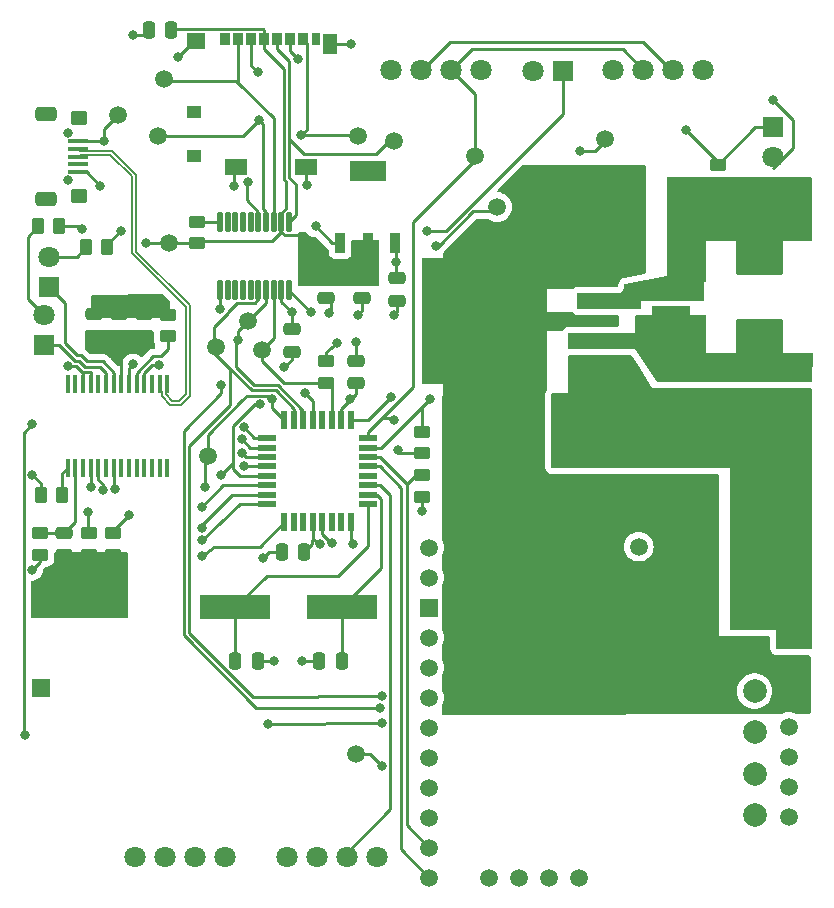
<source format=gbr>
%TF.GenerationSoftware,KiCad,Pcbnew,7.0.1-0*%
%TF.CreationDate,2023-10-30T18:15:43-04:00*%
%TF.ProjectId,WaveWise_Buoy,57617665-5769-4736-955f-42756f792e6b,rev?*%
%TF.SameCoordinates,Original*%
%TF.FileFunction,Copper,L1,Top*%
%TF.FilePolarity,Positive*%
%FSLAX46Y46*%
G04 Gerber Fmt 4.6, Leading zero omitted, Abs format (unit mm)*
G04 Created by KiCad (PCBNEW 7.0.1-0) date 2023-10-30 18:15:43*
%MOMM*%
%LPD*%
G01*
G04 APERTURE LIST*
G04 Aperture macros list*
%AMRoundRect*
0 Rectangle with rounded corners*
0 $1 Rounding radius*
0 $2 $3 $4 $5 $6 $7 $8 $9 X,Y pos of 4 corners*
0 Add a 4 corners polygon primitive as box body*
4,1,4,$2,$3,$4,$5,$6,$7,$8,$9,$2,$3,0*
0 Add four circle primitives for the rounded corners*
1,1,$1+$1,$2,$3*
1,1,$1+$1,$4,$5*
1,1,$1+$1,$6,$7*
1,1,$1+$1,$8,$9*
0 Add four rect primitives between the rounded corners*
20,1,$1+$1,$2,$3,$4,$5,0*
20,1,$1+$1,$4,$5,$6,$7,0*
20,1,$1+$1,$6,$7,$8,$9,0*
20,1,$1+$1,$8,$9,$2,$3,0*%
G04 Aperture macros list end*
%TA.AperFunction,SMDPad,CuDef*%
%ADD10C,1.500000*%
%TD*%
%TA.AperFunction,SMDPad,CuDef*%
%ADD11R,0.850800X1.761200*%
%TD*%
%TA.AperFunction,SMDPad,CuDef*%
%ADD12R,3.150799X1.761200*%
%TD*%
%TA.AperFunction,SMDPad,CuDef*%
%ADD13RoundRect,0.250000X-0.450000X0.262500X-0.450000X-0.262500X0.450000X-0.262500X0.450000X0.262500X0*%
%TD*%
%TA.AperFunction,ComponentPad*%
%ADD14C,1.800000*%
%TD*%
%TA.AperFunction,SMDPad,CuDef*%
%ADD15R,6.000000X2.000000*%
%TD*%
%TA.AperFunction,ComponentPad*%
%ADD16C,0.800000*%
%TD*%
%TA.AperFunction,SMDPad,CuDef*%
%ADD17RoundRect,0.100000X-0.750000X0.100000X-0.750000X-0.100000X0.750000X-0.100000X0.750000X0.100000X0*%
%TD*%
%TA.AperFunction,ComponentPad*%
%ADD18RoundRect,0.312500X-0.587500X0.312500X-0.587500X-0.312500X0.587500X-0.312500X0.587500X0.312500X0*%
%TD*%
%TA.AperFunction,ComponentPad*%
%ADD19RoundRect,0.312500X-0.387500X0.312500X-0.387500X-0.312500X0.387500X-0.312500X0.387500X0.312500X0*%
%TD*%
%TA.AperFunction,SMDPad,CuDef*%
%ADD20RoundRect,0.250000X0.450000X-0.262500X0.450000X0.262500X-0.450000X0.262500X-0.450000X-0.262500X0*%
%TD*%
%TA.AperFunction,ComponentPad*%
%ADD21R,1.800000X1.800000*%
%TD*%
%TA.AperFunction,SMDPad,CuDef*%
%ADD22RoundRect,0.250000X-0.475000X0.250000X-0.475000X-0.250000X0.475000X-0.250000X0.475000X0.250000X0*%
%TD*%
%TA.AperFunction,SMDPad,CuDef*%
%ADD23RoundRect,0.250000X0.250000X0.475000X-0.250000X0.475000X-0.250000X-0.475000X0.250000X-0.475000X0*%
%TD*%
%TA.AperFunction,SMDPad,CuDef*%
%ADD24R,0.431800X1.511300*%
%TD*%
%TA.AperFunction,ComponentPad*%
%ADD25C,2.000000*%
%TD*%
%TA.AperFunction,ComponentPad*%
%ADD26C,1.500000*%
%TD*%
%TA.AperFunction,ComponentPad*%
%ADD27R,1.500000X1.500000*%
%TD*%
%TA.AperFunction,ComponentPad*%
%ADD28R,2.000000X2.000000*%
%TD*%
%TA.AperFunction,ComponentPad*%
%ADD29C,1.200000*%
%TD*%
%TA.AperFunction,ComponentPad*%
%ADD30R,1.200000X1.200000*%
%TD*%
%TA.AperFunction,SMDPad,CuDef*%
%ADD31R,3.400000X1.000000*%
%TD*%
%TA.AperFunction,SMDPad,CuDef*%
%ADD32R,8.600000X10.700000*%
%TD*%
%TA.AperFunction,SMDPad,CuDef*%
%ADD33RoundRect,0.250000X0.262500X0.450000X-0.262500X0.450000X-0.262500X-0.450000X0.262500X-0.450000X0*%
%TD*%
%TA.AperFunction,ComponentPad*%
%ADD34R,1.600000X1.600000*%
%TD*%
%TA.AperFunction,ComponentPad*%
%ADD35O,1.600000X1.600000*%
%TD*%
%TA.AperFunction,ComponentPad*%
%ADD36R,3.200000X3.200000*%
%TD*%
%TA.AperFunction,ComponentPad*%
%ADD37O,3.200000X3.200000*%
%TD*%
%TA.AperFunction,SMDPad,CuDef*%
%ADD38R,0.550000X1.500000*%
%TD*%
%TA.AperFunction,SMDPad,CuDef*%
%ADD39R,1.500000X0.550000*%
%TD*%
%TA.AperFunction,SMDPad,CuDef*%
%ADD40RoundRect,0.020500X-0.184500X0.764500X-0.184500X-0.764500X0.184500X-0.764500X0.184500X0.764500X0*%
%TD*%
%TA.AperFunction,SMDPad,CuDef*%
%ADD41RoundRect,0.250000X0.475000X-0.250000X0.475000X0.250000X-0.475000X0.250000X-0.475000X-0.250000X0*%
%TD*%
%TA.AperFunction,SMDPad,CuDef*%
%ADD42R,0.850000X1.100000*%
%TD*%
%TA.AperFunction,SMDPad,CuDef*%
%ADD43R,0.750000X1.100000*%
%TD*%
%TA.AperFunction,SMDPad,CuDef*%
%ADD44R,1.200000X1.000000*%
%TD*%
%TA.AperFunction,SMDPad,CuDef*%
%ADD45R,1.550000X1.350000*%
%TD*%
%TA.AperFunction,SMDPad,CuDef*%
%ADD46R,1.170000X1.800000*%
%TD*%
%TA.AperFunction,SMDPad,CuDef*%
%ADD47R,1.900000X1.350000*%
%TD*%
%TA.AperFunction,SMDPad,CuDef*%
%ADD48R,4.000000X4.300000*%
%TD*%
%TA.AperFunction,ViaPad*%
%ADD49C,0.800000*%
%TD*%
%TA.AperFunction,Conductor*%
%ADD50C,0.250000*%
%TD*%
%TA.AperFunction,Conductor*%
%ADD51C,0.211000*%
%TD*%
%TA.AperFunction,Conductor*%
%ADD52C,0.200000*%
%TD*%
G04 APERTURE END LIST*
D10*
%TO.P,CLK,1,1*%
%TO.N,CLK*%
X150495000Y-87376000D03*
%TD*%
%TO.P,5V,1,1*%
%TO.N,+5V*%
X197739000Y-65405000D03*
%TD*%
%TO.P,SD_CD,1,1*%
%TO.N,SD_CD*%
X146812000Y-55499000D03*
%TD*%
%TO.P,+BATT,1,1*%
%TO.N,+BATT*%
X197231000Y-85344000D03*
%TD*%
%TO.P,SD_CLK,1,1*%
%TO.N,SD_CLK*%
X166243000Y-60706000D03*
%TD*%
%TO.P,VBUS,1,1*%
%TO.N,+5V*%
X142875000Y-58547000D03*
%TD*%
%TO.P,GND,1,1*%
%TO.N,GND*%
X172466000Y-87122000D03*
%TD*%
%TO.P,SD_CMD,1,1*%
%TO.N,SD_CMD*%
X146304000Y-60325000D03*
%TD*%
%TO.P,uC_TX1,1,1*%
%TO.N,uC_TX*%
X175006000Y-66294000D03*
%TD*%
%TO.P,SS1,1,1*%
%TO.N,SS1*%
X155092400Y-78409800D03*
%TD*%
%TO.P,SCS1,1,1*%
%TO.N,SCS*%
X163068000Y-112649000D03*
%TD*%
D11*
%TO.P,U7,1,ADJ/GND*%
%TO.N,GND*%
X161746700Y-69319000D03*
%TO.P,U7,2,OUTPUT*%
%TO.N,+3V3*%
X164046700Y-69319000D03*
%TO.P,U7,3,INPUT*%
%TO.N,+5V*%
X166346700Y-69319000D03*
D12*
%TO.P,U7,4,EPAD*%
%TO.N,unconnected-(U7-EPAD-Pad4)*%
X164046700Y-63269000D03*
%TD*%
D13*
%TO.P,R5,1*%
%TO.N,+5V*%
X147116800Y-75399300D03*
%TO.P,R5,2*%
%TO.N,Net-(U5-RESET#)*%
X147116800Y-77224300D03*
%TD*%
D10*
%TO.P,uC_RX1,1,1*%
%TO.N,uC_RX*%
X173101000Y-61976000D03*
%TD*%
D14*
%TO.P,J6,1,Pin_1*%
%TO.N,+5V*%
X166060000Y-54700000D03*
%TO.P,J6,2,Pin_2*%
%TO.N,uC_TX*%
X168600000Y-54700000D03*
%TO.P,J6,3,Pin_3*%
%TO.N,uC_RX*%
X171140000Y-54700000D03*
%TO.P,J6,4,Pin_4*%
%TO.N,GND*%
X173680000Y-54700000D03*
%TD*%
D15*
%TO.P,Y1,1,1*%
%TO.N,Net-(U1-PD5)*%
X152853000Y-100203000D03*
%TO.P,Y1,2,2*%
%TO.N,Net-(U1-PD6)*%
X161853000Y-100203000D03*
%TD*%
D10*
%TO.P,MISO1,1,1*%
%TO.N,MISO1*%
X151231600Y-78181200D03*
%TD*%
D13*
%TO.P,R8,1*%
%TO.N,uC_TX*%
X168656000Y-85320500D03*
%TO.P,R8,2*%
%TO.N,Net-(U5-RXD)*%
X168656000Y-87145500D03*
%TD*%
D16*
%TO.P,J3,1,VBUS*%
%TO.N,+5V*%
X138684000Y-60071000D03*
D17*
X139534000Y-60721000D03*
D16*
X138684000Y-63971000D03*
D17*
%TO.P,J3,2,D-*%
%TO.N,D-*%
X139534000Y-61371000D03*
%TO.P,J3,3,D+*%
%TO.N,D+*%
X139534000Y-62021000D03*
%TO.P,J3,4,ID*%
%TO.N,unconnected-(J3-ID-Pad4)*%
X139534000Y-62671000D03*
%TO.P,J3,5,GND*%
%TO.N,GND*%
X139534000Y-63321000D03*
D18*
%TO.P,J3,6,Shield*%
X136784000Y-58421000D03*
D19*
X139584000Y-58721000D03*
X139584000Y-65321000D03*
D18*
X136784000Y-65621000D03*
%TD*%
D20*
%TO.P,R9,1*%
%TO.N,Net-(D3-A)*%
X140436600Y-95730700D03*
%TO.P,R9,2*%
%TO.N,RESET*%
X140436600Y-93905700D03*
%TD*%
D21*
%TO.P,D1,1,K*%
%TO.N,Net-(D1-K)*%
X136652000Y-77983000D03*
D14*
%TO.P,D1,2,A*%
%TO.N,Net-(D1-A)*%
X136652000Y-75443000D03*
%TD*%
D22*
%TO.P,C18,1*%
%TO.N,+5V*%
X166497000Y-72329000D03*
%TO.P,C18,2*%
%TO.N,GND*%
X166497000Y-74229000D03*
%TD*%
%TO.P,C1,1*%
%TO.N,+3V3*%
X160502600Y-72075000D03*
%TO.P,C1,2*%
%TO.N,GND*%
X160502600Y-73975000D03*
%TD*%
D14*
%TO.P,J5,1,Pin_1*%
%TO.N,+5V*%
X192480000Y-54730000D03*
%TO.P,J5,2,Pin_2*%
%TO.N,uC_TX*%
X189940000Y-54730000D03*
%TO.P,J5,3,Pin_3*%
%TO.N,uC_RX*%
X187400000Y-54730000D03*
%TO.P,J5,4,Pin_4*%
%TO.N,SCK0*%
X184860000Y-54730000D03*
%TD*%
D13*
%TO.P,R12,1*%
%TO.N,~MTR_RST*%
X168656000Y-89003500D03*
%TO.P,R12,2*%
%TO.N,GND*%
X168656000Y-90828500D03*
%TD*%
D10*
%TO.P,3V3,1,1*%
%TO.N,+3V3*%
X147193000Y-69342000D03*
%TD*%
D21*
%TO.P,D2,1,K*%
%TO.N,Net-(D2-K)*%
X137033000Y-73030000D03*
D14*
%TO.P,D2,2,A*%
%TO.N,Net-(D2-A)*%
X137033000Y-70490000D03*
%TD*%
D23*
%TO.P,C4,1*%
%TO.N,GND*%
X154747000Y-104775000D03*
%TO.P,C4,2*%
%TO.N,Net-(U1-PD5)*%
X152847000Y-104775000D03*
%TD*%
D13*
%TO.P,R4,1*%
%TO.N,Net-(U3-OE)*%
X149606000Y-67540500D03*
%TO.P,R4,2*%
%TO.N,+3V3*%
X149606000Y-69365500D03*
%TD*%
D24*
%TO.P,U5,1,TXD*%
%TO.N,Net-(U5-TXD)*%
X138650000Y-88385650D03*
%TO.P,U5,2,DTR#*%
%TO.N,Net-(U5-DTR#)*%
X139300001Y-88385650D03*
%TO.P,U5,3,RTS#*%
%TO.N,unconnected-(U5-RTS#-Pad3)*%
X139950000Y-88385650D03*
%TO.P,U5,4,VCCIO*%
%TO.N,+5V*%
X140600001Y-88385650D03*
%TO.P,U5,5,RXD*%
%TO.N,Net-(U5-RXD)*%
X141249999Y-88385650D03*
%TO.P,U5,6,RI#*%
%TO.N,unconnected-(U5-RI#-Pad6)*%
X141900001Y-88385650D03*
%TO.P,U5,7,GND*%
%TO.N,GND*%
X142549999Y-88385650D03*
%TO.P,U5,8,NC*%
%TO.N,unconnected-(U5-NC-Pad8)*%
X143199998Y-88385650D03*
%TO.P,U5,9,DSR#*%
%TO.N,unconnected-(U5-DSR#-Pad9)*%
X143849999Y-88385650D03*
%TO.P,U5,10,DCD#*%
%TO.N,unconnected-(U5-DCD#-Pad10)*%
X144499998Y-88385650D03*
%TO.P,U5,11,CTS#*%
%TO.N,unconnected-(U5-CTS#-Pad11)*%
X145149999Y-88385650D03*
%TO.P,U5,12,CBUS4*%
%TO.N,unconnected-(U5-CBUS4-Pad12)*%
X145799998Y-88385650D03*
%TO.P,U5,13,CBUS2*%
%TO.N,unconnected-(U5-CBUS2-Pad13)*%
X146449999Y-88385650D03*
%TO.P,U5,14,CBUS3*%
%TO.N,unconnected-(U5-CBUS3-Pad14)*%
X147099998Y-88385650D03*
%TO.P,U5,15,USBDP*%
%TO.N,D+*%
X147100000Y-81286350D03*
%TO.P,U5,16,USBDM*%
%TO.N,D-*%
X146449999Y-81286350D03*
%TO.P,U5,17,3V3OUT*%
%TO.N,unconnected-(U5-3V3OUT-Pad17)*%
X145800000Y-81286350D03*
%TO.P,U5,18,GND*%
%TO.N,GND*%
X145149999Y-81286350D03*
%TO.P,U5,19,RESET#*%
%TO.N,Net-(U5-RESET#)*%
X144500001Y-81286350D03*
%TO.P,U5,20,VCC*%
%TO.N,+5V*%
X143849999Y-81286350D03*
%TO.P,U5,21,GND*%
%TO.N,GND*%
X143200001Y-81286350D03*
%TO.P,U5,22,CBUS1*%
%TO.N,Net-(D2-K)*%
X142549999Y-81286350D03*
%TO.P,U5,23,CBUS0*%
%TO.N,Net-(D1-K)*%
X141900001Y-81286350D03*
%TO.P,U5,24,NC*%
%TO.N,unconnected-(U5-NC-Pad24)*%
X141249999Y-81286350D03*
%TO.P,U5,25,AGND*%
%TO.N,GND*%
X140600001Y-81286350D03*
%TO.P,U5,26,TEST*%
X139950000Y-81286350D03*
%TO.P,U5,27,OSCI*%
%TO.N,unconnected-(U5-OSCI-Pad27)*%
X139300001Y-81286350D03*
%TO.P,U5,28,OSCO*%
%TO.N,unconnected-(U5-OSCO-Pad28)*%
X138650000Y-81286350D03*
%TD*%
D22*
%TO.P,C13,1*%
%TO.N,Net-(U5-DTR#)*%
X138379200Y-93868200D03*
%TO.P,C13,2*%
%TO.N,Net-(D3-A)*%
X138379200Y-95768200D03*
%TD*%
D25*
%TO.P,U2,1,Vin*%
%TO.N,+BATT*%
X196810300Y-100280800D03*
D26*
X199705900Y-100128400D03*
X199705900Y-102668400D03*
D25*
%TO.P,U2,2,AOUT1*%
%TO.N,Net-(J4-Pin_4)*%
X196810300Y-107280800D03*
D26*
X199705900Y-110288400D03*
D25*
%TO.P,U2,3,AOUT2*%
%TO.N,Net-(J4-Pin_3)*%
X196810300Y-110780800D03*
D26*
X199705900Y-112828400D03*
D25*
%TO.P,U2,4,BOUT1*%
%TO.N,Net-(J4-Pin_2)*%
X196810300Y-114280800D03*
D26*
X199705900Y-115368400D03*
D25*
%TO.P,U2,5,BOUT2*%
%TO.N,Net-(J4-Pin_1)*%
X196810300Y-117780800D03*
D26*
X199705900Y-117908400D03*
%TO.P,U2,6,BEMF*%
%TO.N,BEMF*%
X181951300Y-123064600D03*
%TO.P,U2,7,~STALL*%
%TO.N,STALL*%
X179411300Y-123064600D03*
%TO.P,U2,8,BIN2*%
%TO.N,unconnected-(U2-BIN2-Pad8)*%
X176871300Y-123064600D03*
%TO.P,U2,9,BIN1*%
%TO.N,unconnected-(U2-BIN1-Pad9)*%
X174331300Y-123064600D03*
%TO.P,U2,10,~FLT*%
%TO.N,~MTR_FAULT*%
X169251300Y-123064600D03*
%TO.P,U2,11,RST*%
%TO.N,~MTR_RST*%
X169251300Y-120524600D03*
%TO.P,U2,12,~SLP*%
%TO.N,~SLP*%
X169251300Y-117984600D03*
%TO.P,U2,13,SCS*%
%TO.N,SCS*%
X169251300Y-115444600D03*
%TO.P,U2,14,SCLK*%
%TO.N,CLK*%
X169251300Y-112904600D03*
%TO.P,U2,15,SDATI*%
%TO.N,MOSI1*%
X169251300Y-110364600D03*
%TO.P,U2,16,SDATO*%
%TO.N,MISO1*%
X169251300Y-107824600D03*
%TO.P,U2,17,DIR*%
%TO.N,unconnected-(U2-DIR-Pad17)*%
X169251300Y-105284600D03*
%TO.P,U2,18,STEP*%
%TO.N,unconnected-(U2-STEP-Pad18)*%
X169251300Y-102744600D03*
%TO.P,U2,19,ICREF*%
%TO.N,unconnected-(U2-ICREF-Pad19)*%
X169251300Y-97664600D03*
%TO.P,U2,20,V5(OUT)*%
%TO.N,unconnected-(U2-V5(OUT)-Pad20)*%
X169251300Y-95124600D03*
%TO.P,U2,21,VM*%
%TO.N,unconnected-(U2-VM-Pad21)*%
X187005900Y-95048400D03*
D27*
%TO.P,U2,22,GND*%
%TO.N,GND*%
X169251300Y-100204600D03*
X187005900Y-100128400D03*
D28*
X196810300Y-103780800D03*
D27*
X199705900Y-105208400D03*
X199705900Y-107748400D03*
%TD*%
D22*
%TO.P,C2,1*%
%TO.N,+5V*%
X157607000Y-76647000D03*
%TO.P,C2,2*%
%TO.N,GND*%
X157607000Y-78547000D03*
%TD*%
D20*
%TO.P,R10,1*%
%TO.N,Net-(D3-A)*%
X142494000Y-95756100D03*
%TO.P,R10,2*%
%TO.N,+5V*%
X142494000Y-93931100D03*
%TD*%
D14*
%TO.P,J10,1,Pin_1*%
%TO.N,EXTGPIO3*%
X157180000Y-121300000D03*
%TO.P,J10,2,Pin_2*%
%TO.N,EXTGPIO4*%
X159720000Y-121300000D03*
%TO.P,J10,3,Pin_3*%
%TO.N,EXTGPIO5*%
X162260000Y-121300000D03*
%TO.P,J10,4,Pin_4*%
%TO.N,GND*%
X164800000Y-121300000D03*
%TD*%
D22*
%TO.P,C17,1*%
%TO.N,+3V3*%
X163576000Y-72075000D03*
%TO.P,C17,2*%
%TO.N,GND*%
X163576000Y-73975000D03*
%TD*%
D20*
%TO.P,R11,1*%
%TO.N,GND*%
X136321800Y-95730700D03*
%TO.P,R11,2*%
%TO.N,Net-(U5-DTR#)*%
X136321800Y-93905700D03*
%TD*%
D21*
%TO.P,J8,1,Pin_1*%
%TO.N,RESET*%
X180560000Y-54750000D03*
D14*
%TO.P,J8,2,Pin_2*%
%TO.N,GND*%
X178020000Y-54750000D03*
%TD*%
D22*
%TO.P,C14,1*%
%TO.N,+5V*%
X143002000Y-75377000D03*
%TO.P,C14,2*%
%TO.N,GND*%
X143002000Y-77277000D03*
%TD*%
D29*
%TO.P,C3,N*%
%TO.N,GND*%
X185884500Y-67183000D03*
D30*
%TO.P,C3,P*%
%TO.N,+5V*%
X190884500Y-67183000D03*
%TD*%
D23*
%TO.P,C11,1*%
%TO.N,+3V3*%
X147418000Y-51335500D03*
%TO.P,C11,2*%
%TO.N,GND*%
X145518000Y-51335500D03*
%TD*%
D10*
%TO.P,SCKO1,1,1*%
%TO.N,SCK0*%
X184150000Y-60579000D03*
%TD*%
D13*
%TO.P,R3,1*%
%TO.N,+5V*%
X160528000Y-79351500D03*
%TO.P,R3,2*%
%TO.N,SS1*%
X160528000Y-81176500D03*
%TD*%
D10*
%TO.P,SD_DAT0,1,1*%
%TO.N,SD_DAT0*%
X163195000Y-60325000D03*
%TD*%
D29*
%TO.P,C6,N*%
%TO.N,GND*%
X180594000Y-90340500D03*
D30*
%TO.P,C6,P*%
%TO.N,+BATT*%
X180594000Y-85340500D03*
%TD*%
D23*
%TO.P,C9,1*%
%TO.N,+5V*%
X158684000Y-95504000D03*
%TO.P,C9,2*%
%TO.N,GND*%
X156784000Y-95504000D03*
%TD*%
D31*
%TO.P,U4,1,VIN*%
%TO.N,+BATT*%
X183564400Y-79346000D03*
%TO.P,U4,2,OUT*%
%TO.N,Net-(D4-K)*%
X183564400Y-77646000D03*
%TO.P,U4,3,GND*%
%TO.N,GND*%
X183564400Y-75946000D03*
%TO.P,U4,4,FB*%
%TO.N,+5V*%
X183564400Y-74246000D03*
%TO.P,U4,5,ON/OFF*%
%TO.N,GND*%
X183564400Y-72546000D03*
D32*
%TO.P,U4,6,GND*%
X172964400Y-75946000D03*
%TD*%
D33*
%TO.P,R7,1*%
%TO.N,+5V*%
X137945500Y-67945000D03*
%TO.P,R7,2*%
%TO.N,Net-(D1-A)*%
X136120500Y-67945000D03*
%TD*%
D20*
%TO.P,R1,1*%
%TO.N,+5V*%
X193675000Y-64539500D03*
%TO.P,R1,2*%
%TO.N,BUTTON*%
X193675000Y-62714500D03*
%TD*%
D34*
%TO.P,D3,1,K*%
%TO.N,+5V*%
X136398000Y-107061000D03*
D35*
%TO.P,D3,2,A*%
%TO.N,Net-(D3-A)*%
X136398000Y-99441000D03*
%TD*%
D36*
%TO.P,D4,1,K*%
%TO.N,Net-(D4-K)*%
X189738000Y-76327000D03*
D37*
%TO.P,D4,2,A*%
%TO.N,GND*%
X189738000Y-91567000D03*
%TD*%
D22*
%TO.P,C16,1*%
%TO.N,+5V*%
X145084800Y-75387200D03*
%TO.P,C16,2*%
%TO.N,GND*%
X145084800Y-77287200D03*
%TD*%
D33*
%TO.P,R2,1*%
%TO.N,+5V*%
X142009500Y-69723000D03*
%TO.P,R2,2*%
%TO.N,Net-(D2-A)*%
X140184500Y-69723000D03*
%TD*%
D10*
%TO.P,MOSI1,1,1*%
%TO.N,MOSI1*%
X153924000Y-75946000D03*
%TD*%
D38*
%TO.P,U1,1,PD3*%
%TO.N,EXTGPIO4*%
X156998000Y-92964000D03*
%TO.P,U1,2,PD4*%
%TO.N,unconnected-(U1-PD4-Pad2)*%
X157798000Y-92964000D03*
%TO.P,U1,3,PE0*%
%TO.N,unconnected-(U1-PE0-Pad3)*%
X158598000Y-92964000D03*
%TO.P,U1,4,VCC*%
%TO.N,+5V*%
X159398000Y-92964000D03*
%TO.P,U1,5,GND*%
%TO.N,GND*%
X160198000Y-92964000D03*
%TO.P,U1,6,PE1*%
%TO.N,unconnected-(U1-PE1-Pad6)*%
X160998000Y-92964000D03*
%TO.P,U1,7,PB6*%
%TO.N,unconnected-(U1-PB6-Pad7)*%
X161798000Y-92964000D03*
%TO.P,U1,8,PB7*%
%TO.N,BUTTON*%
X162598000Y-92964000D03*
D39*
%TO.P,U1,9,PD5*%
%TO.N,Net-(U1-PD5)*%
X164098000Y-91464000D03*
%TO.P,U1,10,PD6*%
%TO.N,Net-(U1-PD6)*%
X164098000Y-90664000D03*
%TO.P,U1,11,PD7*%
%TO.N,EXTGPIO5*%
X164098000Y-89864000D03*
%TO.P,U1,12,PB0*%
%TO.N,unconnected-(U1-PB0-Pad12)*%
X164098000Y-89064000D03*
%TO.P,U1,13,PB1*%
%TO.N,~MTR_FAULT*%
X164098000Y-88264000D03*
%TO.P,U1,14,PB2*%
%TO.N,~MTR_RST*%
X164098000Y-87464000D03*
%TO.P,U1,15,MOSI0/TX*%
%TO.N,uC_TX*%
X164098000Y-86664000D03*
%TO.P,U1,16,MISO0/RX*%
%TO.N,uC_RX*%
X164098000Y-85864000D03*
D38*
%TO.P,U1,17,PB5*%
%TO.N,SCK0*%
X162598000Y-84364000D03*
%TO.P,U1,18,AVCC*%
%TO.N,+5V*%
X161798000Y-84364000D03*
%TO.P,U1,19,~SS1*%
%TO.N,SS1*%
X160998000Y-84364000D03*
%TO.P,U1,20,AREF*%
%TO.N,unconnected-(U1-AREF-Pad20)*%
X160198000Y-84364000D03*
%TO.P,U1,21,GND*%
%TO.N,GND*%
X159398000Y-84364000D03*
%TO.P,U1,22,MOSI1*%
%TO.N,MOSI1*%
X158598000Y-84364000D03*
%TO.P,U1,23,MISO1*%
%TO.N,MISO1*%
X157798000Y-84364000D03*
%TO.P,U1,24,PC1*%
%TO.N,CLK*%
X156998000Y-84364000D03*
D39*
%TO.P,U1,25,PC2*%
%TO.N,SCS*%
X155498000Y-85864000D03*
%TO.P,U1,26,PC3*%
%TO.N,~SLP*%
X155498000Y-86664000D03*
%TO.P,U1,27,PC4*%
%TO.N,BEMF*%
X155498000Y-87464000D03*
%TO.P,U1,28,PC5*%
%TO.N,STALL*%
X155498000Y-88264000D03*
%TO.P,U1,29,PC6/~{RESET}*%
%TO.N,RESET*%
X155498000Y-89064000D03*
%TO.P,U1,30,PD0*%
%TO.N,EXTGPIO1*%
X155498000Y-89864000D03*
%TO.P,U1,31,PD1*%
%TO.N,EXTGPIO2*%
X155498000Y-90664000D03*
%TO.P,U1,32,PD2*%
%TO.N,EXTGPIO3*%
X155498000Y-91464000D03*
%TD*%
D23*
%TO.P,C5,1*%
%TO.N,Net-(U1-PD6)*%
X161859000Y-104775000D03*
%TO.P,C5,2*%
%TO.N,GND*%
X159959000Y-104775000D03*
%TD*%
D40*
%TO.P,U3,1,A1*%
%TO.N,SD_CLK*%
X157390000Y-67591500D03*
%TO.P,U3,2,VCCA*%
%TO.N,+3V3*%
X156740000Y-67591500D03*
%TO.P,U3,3,A2*%
%TO.N,SD_CD*%
X156090000Y-67591500D03*
%TO.P,U3,4,A3*%
%TO.N,SD_CMD*%
X155440000Y-67591500D03*
%TO.P,U3,5,A4*%
%TO.N,SD_DAT0*%
X154790000Y-67591500D03*
%TO.P,U3,6,A5*%
%TO.N,unconnected-(U3-A5-Pad6)*%
X154140000Y-67591500D03*
%TO.P,U3,7,A6*%
%TO.N,unconnected-(U3-A6-Pad7)*%
X153490000Y-67591500D03*
%TO.P,U3,8,A7*%
%TO.N,unconnected-(U3-A7-Pad8)*%
X152840000Y-67591500D03*
%TO.P,U3,9,A8*%
%TO.N,unconnected-(U3-A8-Pad9)*%
X152190000Y-67591500D03*
%TO.P,U3,10,OE*%
%TO.N,Net-(U3-OE)*%
X151540000Y-67591500D03*
%TO.P,U3,11,GND*%
%TO.N,GND*%
X151540000Y-73331500D03*
%TO.P,U3,12,B8*%
%TO.N,unconnected-(U3-B8-Pad12)*%
X152190000Y-73331500D03*
%TO.P,U3,13,B7*%
%TO.N,unconnected-(U3-B7-Pad13)*%
X152840000Y-73331500D03*
%TO.P,U3,14,B6*%
%TO.N,unconnected-(U3-B6-Pad14)*%
X153490000Y-73331500D03*
%TO.P,U3,15,B5*%
%TO.N,unconnected-(U3-B5-Pad15)*%
X154140000Y-73331500D03*
%TO.P,U3,16,B4*%
%TO.N,MISO1*%
X154790000Y-73331500D03*
%TO.P,U3,17,B3*%
%TO.N,MOSI1*%
X155440000Y-73331500D03*
%TO.P,U3,18,B2*%
%TO.N,SS1*%
X156090000Y-73331500D03*
%TO.P,U3,19,VCCB*%
%TO.N,+5V*%
X156740000Y-73331500D03*
%TO.P,U3,20,B1*%
%TO.N,CLK*%
X157390000Y-73331500D03*
%TD*%
D41*
%TO.P,C10,1*%
%TO.N,+5V*%
X163068000Y-81214000D03*
%TO.P,C10,2*%
%TO.N,GND*%
X163068000Y-79314000D03*
%TD*%
D21*
%TO.P,J7,1,Pin_1*%
%TO.N,BUTTON*%
X198374000Y-59563000D03*
D14*
%TO.P,J7,2,Pin_2*%
%TO.N,GND*%
X198374000Y-62103000D03*
%TD*%
D33*
%TO.P,R6,1*%
%TO.N,Net-(U5-TXD)*%
X138199500Y-90678000D03*
%TO.P,R6,2*%
%TO.N,uC_RX*%
X136374500Y-90678000D03*
%TD*%
D42*
%TO.P,J1,1,DAT2*%
%TO.N,unconnected-(J1-DAT2-Pad1)*%
X151999000Y-52108500D03*
%TO.P,J1,2,CD/DAT3*%
%TO.N,SD_CD*%
X153099000Y-52108500D03*
%TO.P,J1,3,CMD*%
%TO.N,SD_CMD*%
X154199000Y-52108500D03*
%TO.P,J1,4,VDD*%
%TO.N,+3V3*%
X155299000Y-52108500D03*
%TO.P,J1,5,CLK*%
%TO.N,SD_CLK*%
X156399000Y-52108500D03*
%TO.P,J1,6,VSS*%
%TO.N,GND*%
X157499000Y-52108500D03*
%TO.P,J1,7,DAT0*%
%TO.N,SD_DAT0*%
X158599000Y-52108500D03*
D43*
%TO.P,J1,8,DAT1*%
%TO.N,unconnected-(J1-DAT1-Pad8)*%
X159649000Y-52108500D03*
D44*
%TO.P,J1,9,SW-1*%
%TO.N,unconnected-(J1-SW-1-Pad9)*%
X149364000Y-58258500D03*
%TO.P,J1,10,SW-2*%
%TO.N,unconnected-(J1-SW-2-Pad10)*%
X149364000Y-61958500D03*
D45*
%TO.P,J1,G1,GND*%
%TO.N,GND*%
X149539000Y-52233500D03*
D46*
%TO.P,J1,G2,GND*%
X160859000Y-52458500D03*
D47*
%TO.P,J1,G3,GND*%
X158834000Y-62933500D03*
%TO.P,J1,G4,GND*%
X152864000Y-62933500D03*
%TD*%
D48*
%TO.P,L1,1,1*%
%TO.N,+5V*%
X197231000Y-69864000D03*
%TO.P,L1,2,2*%
%TO.N,Net-(D4-K)*%
X197231000Y-77964000D03*
%TD*%
D14*
%TO.P,J9,1,Pin_1*%
%TO.N,+3V3*%
X144380000Y-121300000D03*
%TO.P,J9,2,Pin_2*%
%TO.N,+5V*%
X146920000Y-121300000D03*
%TO.P,J9,3,Pin_3*%
%TO.N,EXTGPIO1*%
X149460000Y-121300000D03*
%TO.P,J9,4,Pin_4*%
%TO.N,EXTGPIO2*%
X152000000Y-121300000D03*
%TD*%
D22*
%TO.P,C15,1*%
%TO.N,+5V*%
X140919200Y-75377000D03*
%TO.P,C15,2*%
%TO.N,GND*%
X140919200Y-77277000D03*
%TD*%
D49*
%TO.N,+3V3*%
X135001000Y-110998000D03*
X145286949Y-69343051D03*
X135598500Y-84709000D03*
%TO.N,GND*%
X151511000Y-74930000D03*
X163195000Y-75438000D03*
X162597000Y-52478500D03*
X161036000Y-94742000D03*
X142621000Y-90170000D03*
X176657000Y-69596000D03*
X159639000Y-67945000D03*
X147992000Y-53621500D03*
X158496000Y-104775000D03*
X198374000Y-57277000D03*
X174117000Y-82296000D03*
X171704000Y-82296000D03*
X142925800Y-79019400D03*
X172466000Y-69596000D03*
X174371000Y-69596000D03*
X158152000Y-53748500D03*
X144182000Y-51716500D03*
X146354800Y-79654400D03*
X156083000Y-104775000D03*
X184277000Y-92456000D03*
X158914000Y-64416500D03*
X138684000Y-79756000D03*
X176784000Y-92456000D03*
X160782000Y-75311000D03*
X156972000Y-79883000D03*
X141351000Y-64516000D03*
X155194000Y-96012000D03*
X166238701Y-75433701D03*
X183769000Y-65532000D03*
X183769000Y-68453000D03*
X152691000Y-64543500D03*
X158750000Y-82042000D03*
X163068000Y-77724000D03*
X175514000Y-82296000D03*
X168656000Y-92075000D03*
X186309000Y-92964000D03*
X135636000Y-97028000D03*
%TO.N,+5V*%
X157607000Y-75184000D03*
X143129000Y-68326000D03*
X200152000Y-64516000D03*
X193675000Y-65913000D03*
X139827000Y-68199000D03*
X161417000Y-77851000D03*
X160020000Y-94869000D03*
X140589000Y-90043000D03*
X143840200Y-92407100D03*
X146126200Y-74152800D03*
X166471600Y-70967600D03*
X141732000Y-60706000D03*
X162560000Y-82550000D03*
X144178500Y-79611701D03*
%TO.N,RESET*%
X151638000Y-89027000D03*
X140411200Y-92102300D03*
X169037000Y-68326000D03*
X154940000Y-82999500D03*
%TO.N,BEMF*%
X153378500Y-87122000D03*
%TO.N,STALL*%
X153543000Y-88265000D03*
%TO.N,~SLP*%
X153416000Y-85979000D03*
%TO.N,SCS*%
X165227000Y-113665000D03*
X153543000Y-84963000D03*
%TO.N,CLK*%
X155956000Y-82550000D03*
X155575000Y-110109000D03*
X165227000Y-109982000D03*
X159258000Y-75184000D03*
X150252500Y-90043000D03*
%TO.N,SD_CMD*%
X154850000Y-58955500D03*
X154723000Y-54891500D03*
%TO.N,SD_DAT0*%
X158406000Y-60225500D03*
X153936605Y-64195330D03*
%TO.N,uC_RX*%
X135636000Y-89027000D03*
X166243000Y-84328000D03*
%TO.N,SCK0*%
X165989000Y-82423000D03*
X181991000Y-61595000D03*
%TO.N,BUTTON*%
X162814000Y-94869000D03*
X191008000Y-59817000D03*
%TO.N,EXTGPIO1*%
X149987000Y-91694000D03*
%TO.N,EXTGPIO2*%
X149987000Y-93472000D03*
%TO.N,uC_TX*%
X169799000Y-69596000D03*
X169291000Y-82550000D03*
%TO.N,MOSI1*%
X151638000Y-81407000D03*
X165100000Y-108712000D03*
X153035000Y-77597000D03*
%TO.N,MISO1*%
X165227000Y-107696000D03*
%TO.N,EXTGPIO3*%
X149987000Y-94488000D03*
%TO.N,EXTGPIO4*%
X149987000Y-95885000D03*
%TO.N,Net-(U5-RXD)*%
X166624000Y-86868000D03*
X141605000Y-90297000D03*
%TD*%
D50*
%TO.N,RESET*%
X169037000Y-68326000D02*
X170684280Y-68326000D01*
X170684280Y-68326000D02*
X180560000Y-58450280D01*
X180560000Y-58450280D02*
X180560000Y-54750000D01*
%TO.N,uC_RX*%
X173101000Y-61976000D02*
X173101000Y-56731000D01*
X173101000Y-56731000D02*
X171085000Y-54715000D01*
X171085000Y-54715000D02*
X172841000Y-52959000D01*
X172841000Y-52959000D02*
X185629000Y-52959000D01*
X185629000Y-52959000D02*
X187400000Y-54730000D01*
%TO.N,uC_TX*%
X168600000Y-54700000D02*
X168610000Y-54700000D01*
X187325000Y-52324000D02*
X189731000Y-54730000D01*
X168610000Y-54700000D02*
X170986000Y-52324000D01*
X170986000Y-52324000D02*
X187325000Y-52324000D01*
X189731000Y-54730000D02*
X189940000Y-54730000D01*
%TO.N,EXTGPIO5*%
X164098000Y-89864000D02*
X165098000Y-89864000D01*
X165098000Y-89864000D02*
X165952000Y-90718000D01*
X165952000Y-90718000D02*
X165952000Y-117258000D01*
X165952000Y-117258000D02*
X162260000Y-120950000D01*
X162260000Y-120950000D02*
X162260000Y-121300000D01*
D51*
%TO.N,D+*%
X144103000Y-63697004D02*
X142270997Y-61865001D01*
%TO.N,D-*%
X146606000Y-82303604D02*
X147326270Y-83023874D01*
%TO.N,D+*%
X144103000Y-70224804D02*
X144103000Y-63697004D01*
X148649600Y-74771404D02*
X144103000Y-70224804D01*
X148113522Y-82685874D02*
X148649600Y-82149796D01*
X147100000Y-81826100D02*
X146943999Y-81982101D01*
X146943999Y-81982101D02*
X146943999Y-82163595D01*
%TO.N,D-*%
X139689999Y-61526999D02*
X139534000Y-61371000D01*
%TO.N,D+*%
X146943999Y-82163595D02*
X147466278Y-82685874D01*
%TO.N,D-*%
X146449999Y-81826100D02*
X146606000Y-81982101D01*
%TO.N,D+*%
X147466278Y-82685874D02*
X148113522Y-82685874D01*
X139689999Y-61865001D02*
X139534000Y-62021000D01*
%TO.N,D-*%
X144441000Y-63556996D02*
X142411003Y-61526999D01*
%TO.N,D+*%
X148649600Y-82149796D02*
X148649600Y-74771404D01*
X142270997Y-61865001D02*
X139689999Y-61865001D01*
%TO.N,D-*%
X148987600Y-74631396D02*
X144441000Y-70084796D01*
X146606000Y-81982101D02*
X146606000Y-82303604D01*
X147326270Y-83023874D02*
X148253530Y-83023874D01*
X148253530Y-83023874D02*
X148987600Y-82289804D01*
X142411003Y-61526999D02*
X139689999Y-61526999D01*
X148987600Y-82289804D02*
X148987600Y-74631396D01*
X144441000Y-70084796D02*
X144441000Y-63556996D01*
%TO.N,D+*%
X147100000Y-81286350D02*
X147100000Y-81826100D01*
%TO.N,D-*%
X146449999Y-81286350D02*
X146449999Y-81826100D01*
D50*
%TO.N,+3V3*%
X135598500Y-84709000D02*
X134911000Y-85396500D01*
X134911000Y-85396500D02*
X134911000Y-110908000D01*
X156740000Y-67591500D02*
X156740000Y-66803889D01*
X157099000Y-64109896D02*
X156977000Y-63987896D01*
X149274445Y-69189055D02*
X155930055Y-69189055D01*
X156977000Y-63987896D02*
X156977000Y-54586500D01*
X147520000Y-51233500D02*
X155224000Y-51233500D01*
X155299000Y-52908500D02*
X155299000Y-52108500D01*
X156740000Y-68379111D02*
X155930055Y-69189055D01*
X135001000Y-110998000D02*
X134911000Y-110908000D01*
X157099000Y-66444889D02*
X157099000Y-64109896D01*
X145286949Y-69343051D02*
X145309398Y-69365500D01*
X156740000Y-66803889D02*
X157099000Y-66444889D01*
X158617500Y-68701500D02*
X157062389Y-68701500D01*
X155299000Y-51308500D02*
X155299000Y-52108500D01*
X155224000Y-51233500D02*
X155299000Y-51308500D01*
X156977000Y-54586500D02*
X155299000Y-52908500D01*
X157062389Y-68701500D02*
X156740000Y-68379111D01*
X156740000Y-67591500D02*
X156740000Y-68379111D01*
X147418000Y-51335500D02*
X147520000Y-51233500D01*
X145309398Y-69365500D02*
X149606000Y-69365500D01*
%TO.N,GND*%
X136321800Y-96342200D02*
X136321800Y-95730700D01*
X163195000Y-75438000D02*
X163576000Y-75057000D01*
X162577000Y-52458500D02*
X162597000Y-52478500D01*
X155702000Y-95504000D02*
X155194000Y-96012000D01*
X159959000Y-104775000D02*
X158496000Y-104775000D01*
X160976000Y-94742000D02*
X160198000Y-93964000D01*
X138684000Y-79756000D02*
X139391201Y-79756000D01*
X139534000Y-63321000D02*
X140283000Y-63321000D01*
X142549999Y-89971999D02*
X142621000Y-90170000D01*
X157607000Y-79248000D02*
X156972000Y-79883000D01*
X145149999Y-80314801D02*
X145149999Y-81286350D01*
X168656000Y-90828500D02*
X168656000Y-92075000D01*
X161013000Y-69319000D02*
X161746700Y-69319000D01*
X135636000Y-97028000D02*
X136321800Y-96342200D01*
X146354800Y-79654400D02*
X145810400Y-79654400D01*
X152691000Y-63106500D02*
X152864000Y-62933500D01*
X158834000Y-62933500D02*
X158834000Y-64336500D01*
X158834000Y-64336500D02*
X158914000Y-64416500D01*
X160198000Y-93964000D02*
X160198000Y-92964000D01*
X160909000Y-75184000D02*
X160909000Y-73975000D01*
X152691000Y-64543500D02*
X152691000Y-63106500D01*
X143200001Y-79293601D02*
X143200001Y-81286350D01*
X200025000Y-61341000D02*
X198374000Y-62992000D01*
X157499000Y-52108500D02*
X157499000Y-53095500D01*
X145137000Y-51716500D02*
X145518000Y-51335500D01*
X166497000Y-75175402D02*
X166497000Y-74102000D01*
X160859000Y-52458500D02*
X162577000Y-52458500D01*
X151540000Y-73331500D02*
X151511000Y-74930000D01*
X142925800Y-79019400D02*
X143200001Y-79293601D01*
X161036000Y-94742000D02*
X160976000Y-94742000D01*
X198374000Y-57277000D02*
X200025000Y-58928000D01*
X142621000Y-90170000D02*
X142621000Y-90043000D01*
X159639000Y-67945000D02*
X161013000Y-69319000D01*
X157499000Y-53095500D02*
X158152000Y-53748500D01*
X156784000Y-95504000D02*
X155702000Y-95504000D01*
X159398000Y-82690000D02*
X158750000Y-82042000D01*
X160782000Y-75311000D02*
X160909000Y-75184000D01*
X200025000Y-58928000D02*
X200025000Y-61341000D01*
X145810400Y-79654400D02*
X145149999Y-80314801D01*
X139391201Y-79756000D02*
X139950000Y-80314799D01*
X144182000Y-51716500D02*
X145137000Y-51716500D01*
X159398000Y-84364000D02*
X159398000Y-82690000D01*
X147992000Y-53621500D02*
X149380000Y-52233500D01*
X139910202Y-80275001D02*
X139391201Y-79756000D01*
X163576000Y-75057000D02*
X163576000Y-73975000D01*
X140600001Y-80275001D02*
X139910202Y-80275001D01*
X142549999Y-88385650D02*
X142549999Y-89971999D01*
X157607000Y-78486000D02*
X157607000Y-79248000D01*
X139950000Y-80314799D02*
X139950000Y-81286350D01*
X166238701Y-75433701D02*
X166497000Y-75175402D01*
X154747000Y-104775000D02*
X156083000Y-104775000D01*
X163068000Y-77724000D02*
X163068000Y-79314000D01*
X149380000Y-52233500D02*
X149539000Y-52233500D01*
X140600001Y-81286350D02*
X140600001Y-80275001D01*
X140283000Y-63321000D02*
X141351000Y-64516000D01*
%TO.N,+5V*%
X142009500Y-69723000D02*
X142009500Y-69445500D01*
X163068000Y-82094000D02*
X163068000Y-81214000D01*
X141717000Y-60721000D02*
X141732000Y-60706000D01*
X166471600Y-70967600D02*
X166471600Y-71922600D01*
X162612000Y-82550000D02*
X163068000Y-82094000D01*
X139573000Y-67945000D02*
X139827000Y-68199000D01*
X139534000Y-60721000D02*
X141717000Y-60721000D01*
X141732000Y-60706000D02*
X141732000Y-59690000D01*
X161798000Y-84364000D02*
X161798000Y-83364000D01*
X142009500Y-69445500D02*
X143129000Y-68326000D01*
X159398000Y-92964000D02*
X159398000Y-94374000D01*
X166471600Y-71922600D02*
X166751000Y-72202000D01*
X142494000Y-93931100D02*
X142494000Y-93753300D01*
X159319000Y-94869000D02*
X159319000Y-94453000D01*
X166346700Y-70000300D02*
X166346700Y-69319000D01*
X198642000Y-68453000D02*
X197231000Y-69864000D01*
X157607000Y-75184000D02*
X157607000Y-76647000D01*
X160528000Y-78613000D02*
X161417000Y-77851000D01*
X160528000Y-79351500D02*
X160528000Y-78613000D01*
X166471600Y-70967600D02*
X166471600Y-70125200D01*
X162560000Y-82550000D02*
X162612000Y-82550000D01*
X159319000Y-94869000D02*
X158684000Y-95504000D01*
X157607000Y-75184000D02*
X156740000Y-74317000D01*
X143849999Y-79940202D02*
X143849999Y-81286350D01*
X141732000Y-59690000D02*
X142748000Y-58674000D01*
X161798000Y-83364000D02*
X162560000Y-82602000D01*
X140589000Y-90043000D02*
X140589000Y-89916000D01*
X140600001Y-89904999D02*
X140589000Y-90043000D01*
X142494000Y-93753300D02*
X143840200Y-92407100D01*
X140600001Y-88385650D02*
X140600001Y-89904999D01*
X159398000Y-94374000D02*
X160020000Y-94869000D01*
X162560000Y-82602000D02*
X162560000Y-82550000D01*
X137945500Y-67945000D02*
X139573000Y-67945000D01*
X144178500Y-79611701D02*
X143849999Y-79940202D01*
X166471600Y-70125200D02*
X166346700Y-70000300D01*
X156740000Y-74317000D02*
X156740000Y-73331500D01*
%TO.N,Net-(U5-DTR#)*%
X136321800Y-93905700D02*
X138341700Y-93905700D01*
X139300001Y-88385650D02*
X139300001Y-92947399D01*
X139300001Y-92947399D02*
X138379200Y-93868200D01*
X138341700Y-93905700D02*
X138379200Y-93868200D01*
%TO.N,RESET*%
X153199000Y-89064000D02*
X155498000Y-89064000D01*
X151638000Y-89027000D02*
X152654000Y-88011000D01*
X154940000Y-82999500D02*
X154481195Y-82999500D01*
X152654000Y-84826695D02*
X152654000Y-88519000D01*
X140411200Y-93880300D02*
X140436600Y-93905700D01*
X152654000Y-88519000D02*
X153199000Y-89064000D01*
X154481195Y-82999500D02*
X152654000Y-84826695D01*
X140411200Y-92102300D02*
X140411200Y-93880300D01*
%TO.N,Net-(U3-OE)*%
X149098000Y-67540500D02*
X151489000Y-67540500D01*
X151489000Y-67540500D02*
X151540000Y-67591500D01*
%TO.N,Net-(U5-RESET#)*%
X146546400Y-78929400D02*
X145885399Y-78929400D01*
X147116800Y-77224300D02*
X147116800Y-78359000D01*
X147116800Y-78359000D02*
X146546400Y-78929400D01*
X145885399Y-78929400D02*
X144500001Y-80314798D01*
X144500001Y-80314798D02*
X144500001Y-81286350D01*
%TO.N,BEMF*%
X153720500Y-87464000D02*
X155498000Y-87464000D01*
X153378500Y-87122000D02*
X153720500Y-87464000D01*
%TO.N,STALL*%
X153798000Y-88264000D02*
X153543000Y-88265000D01*
X155498000Y-88264000D02*
X153798000Y-88264000D01*
X153543000Y-88265000D02*
X153797000Y-88265000D01*
%TO.N,~MTR_FAULT*%
X166878000Y-90044000D02*
X166878000Y-120691300D01*
X166878000Y-120691300D02*
X169251300Y-123064600D01*
X165098000Y-88264000D02*
X166878000Y-90044000D01*
X164098000Y-88264000D02*
X165098000Y-88264000D01*
%TO.N,~MTR_RST*%
X167386000Y-118659300D02*
X169251300Y-120524600D01*
X164098000Y-87464000D02*
X165098000Y-87464000D01*
X168134500Y-89003500D02*
X167386000Y-89752000D01*
X168656000Y-89003500D02*
X168134500Y-89003500D01*
X167386000Y-89752000D02*
X167386000Y-118659300D01*
X165098000Y-87464000D02*
X167386000Y-89752000D01*
%TO.N,~SLP*%
X154101000Y-86664000D02*
X155498000Y-86664000D01*
X153416000Y-85979000D02*
X154101000Y-86664000D01*
%TO.N,SCS*%
X164211000Y-112649000D02*
X165227000Y-113665000D01*
X154444000Y-85864000D02*
X155498000Y-85864000D01*
X163068000Y-112649000D02*
X164211000Y-112649000D01*
X153543000Y-84963000D02*
X154444000Y-85864000D01*
%TO.N,CLK*%
X155956000Y-83322000D02*
X156078000Y-83444000D01*
X156078000Y-83444000D02*
X156998000Y-84364000D01*
X155575000Y-110109000D02*
X165227000Y-109982000D01*
X155956000Y-82550000D02*
X155956000Y-83322000D01*
X150241000Y-90031500D02*
X150241000Y-87503000D01*
X153411347Y-82672347D02*
X150495000Y-85588695D01*
X157390000Y-73442805D02*
X159258000Y-75184000D01*
X150495000Y-85588695D02*
X150495000Y-87249000D01*
X155681000Y-82275000D02*
X153808694Y-82275000D01*
X150252500Y-90043000D02*
X150241000Y-90031500D01*
X157390000Y-73331500D02*
X157390000Y-73442805D01*
X155956000Y-82550000D02*
X155681000Y-82275000D01*
X150241000Y-87503000D02*
X150495000Y-87249000D01*
X153808694Y-82275000D02*
X153411347Y-82672347D01*
D52*
%TO.N,D+*%
X139534000Y-62021000D02*
X139633999Y-61921001D01*
X146999999Y-81926101D02*
X147100000Y-81826100D01*
%TO.N,D-*%
X139534000Y-61371000D02*
X139633999Y-61470999D01*
X146550000Y-81926101D02*
X146449999Y-81826100D01*
D50*
%TO.N,SD_CD*%
X153072000Y-55780500D02*
X153072000Y-52660500D01*
X156090000Y-67591500D02*
X156090000Y-58798500D01*
X146431000Y-55626000D02*
X152917500Y-55626000D01*
X153099000Y-52633500D02*
X153099000Y-52108500D01*
X153072000Y-52660500D02*
X153099000Y-52633500D01*
X152917500Y-55626000D02*
X153072000Y-55780500D01*
X156090000Y-58798500D02*
X153072000Y-55780500D01*
%TO.N,SD_CMD*%
X155440000Y-66748000D02*
X155194000Y-66502000D01*
X155194000Y-66502000D02*
X155194000Y-60198000D01*
X155440000Y-67591500D02*
X155440000Y-66748000D01*
X155194000Y-60198000D02*
X155194000Y-59299500D01*
X153480500Y-60325000D02*
X154850000Y-58955500D01*
X154723000Y-54891500D02*
X154199000Y-54367500D01*
X155194000Y-59299500D02*
X154850000Y-58955500D01*
X154199000Y-54367500D02*
X154199000Y-52108500D01*
X146431000Y-60325000D02*
X153480500Y-60325000D01*
%TO.N,SD_CLK*%
X156399000Y-52908500D02*
X156399000Y-52108500D01*
X157427000Y-60579000D02*
X158697000Y-61849000D01*
X164719000Y-61849000D02*
X165989000Y-60579000D01*
X157427000Y-53936500D02*
X156399000Y-52908500D01*
X157427000Y-61849000D02*
X157427000Y-60579000D01*
X157427000Y-63801500D02*
X157427000Y-61849000D01*
X157390000Y-67591500D02*
X157988000Y-66993500D01*
X158697000Y-61849000D02*
X164719000Y-61849000D01*
X157988000Y-64362500D02*
X157427000Y-63801500D01*
X157427000Y-60579000D02*
X157427000Y-53936500D01*
X157988000Y-66993500D02*
X157988000Y-64362500D01*
%TO.N,SD_DAT0*%
X158877000Y-52386500D02*
X158599000Y-52108500D01*
X154790000Y-66733000D02*
X154790000Y-67591500D01*
X153797000Y-65740000D02*
X154790000Y-66733000D01*
X158406000Y-60225500D02*
X158433500Y-60198000D01*
X153936605Y-64195330D02*
X153797000Y-64334935D01*
X158877000Y-59754500D02*
X158877000Y-52386500D01*
X153797000Y-64334935D02*
X153797000Y-65740000D01*
X158406000Y-60225500D02*
X158877000Y-59754500D01*
X158433500Y-60198000D02*
X163195000Y-60198000D01*
%TO.N,Net-(U1-PD5)*%
X152853000Y-104769000D02*
X152847000Y-104775000D01*
X164098000Y-94982000D02*
X161544000Y-97536000D01*
X155520000Y-97536000D02*
X152853000Y-100203000D01*
X161544000Y-97536000D02*
X155520000Y-97536000D01*
X152853000Y-100203000D02*
X152853000Y-104769000D01*
X164098000Y-91464000D02*
X164098000Y-94982000D01*
%TO.N,uC_RX*%
X166289305Y-83148000D02*
X166280000Y-83148000D01*
X136374500Y-90678000D02*
X136374500Y-89638500D01*
X167894000Y-81543305D02*
X166289305Y-83148000D01*
X136374500Y-89638500D02*
X135636000Y-89027000D01*
X164098000Y-85864000D02*
X164098000Y-85330000D01*
X173101000Y-62357000D02*
X167894000Y-67564000D01*
X173101000Y-61976000D02*
X173101000Y-62357000D01*
X164098000Y-85330000D02*
X165290500Y-84137500D01*
X167894000Y-67564000D02*
X167894000Y-81543305D01*
X166052500Y-84137500D02*
X165290500Y-84137500D01*
X166280000Y-83148000D02*
X165290500Y-84137500D01*
X166243000Y-84328000D02*
X166052500Y-84137500D01*
%TO.N,SCK0*%
X183261000Y-61595000D02*
X181991000Y-61595000D01*
X162598000Y-84364000D02*
X164048000Y-84364000D01*
X164048000Y-84364000D02*
X165989000Y-82423000D01*
X184150000Y-60706000D02*
X183261000Y-61595000D01*
%TO.N,BUTTON*%
X193675000Y-62714500D02*
X196826500Y-59563000D01*
X162598000Y-92964000D02*
X162598000Y-94653000D01*
X162814000Y-94869000D02*
X162687000Y-94742000D01*
X162598000Y-94653000D02*
X162814000Y-94869000D01*
X196826500Y-59563000D02*
X198374000Y-59563000D01*
X191008000Y-59817000D02*
X193675000Y-62484000D01*
X193675000Y-62484000D02*
X193675000Y-62714500D01*
%TO.N,EXTGPIO1*%
X151817000Y-89864000D02*
X149987000Y-91694000D01*
X155498000Y-89864000D02*
X151817000Y-89864000D01*
%TO.N,Net-(U1-PD6)*%
X164832000Y-90664000D02*
X165173000Y-91005000D01*
X161853000Y-100203000D02*
X161853000Y-104769000D01*
X165173000Y-91005000D02*
X165173000Y-96883000D01*
X161853000Y-104769000D02*
X161859000Y-104775000D01*
X165173000Y-96883000D02*
X161853000Y-100203000D01*
X164098000Y-90664000D02*
X164832000Y-90664000D01*
%TO.N,EXTGPIO2*%
X152541000Y-90664000D02*
X155498000Y-90664000D01*
X149987000Y-93472000D02*
X149987000Y-93218000D01*
X149987000Y-93218000D02*
X152541000Y-90664000D01*
%TO.N,uC_TX*%
X169799000Y-69596000D02*
X170053000Y-69596000D01*
X165177000Y-86664000D02*
X164098000Y-86664000D01*
X168656000Y-83185000D02*
X169291000Y-82550000D01*
X172974000Y-66675000D02*
X175387000Y-66675000D01*
X170053000Y-69596000D02*
X172974000Y-66675000D01*
X168656000Y-85320500D02*
X168656000Y-83185000D01*
X169291000Y-82550000D02*
X165177000Y-86664000D01*
%TO.N,SS1*%
X155092400Y-78409800D02*
X155092400Y-79324200D01*
X160998000Y-84364000D02*
X160998000Y-81646500D01*
X156090000Y-76588000D02*
X156090000Y-73331500D01*
X155092400Y-78409800D02*
X156090000Y-77412200D01*
X160998000Y-81646500D02*
X160528000Y-81176500D01*
X155092400Y-79324200D02*
X156944700Y-81176500D01*
X156090000Y-77412200D02*
X156090000Y-76588000D01*
X156944700Y-81176500D02*
X160528000Y-81176500D01*
%TO.N,MOSI1*%
X148463000Y-85226305D02*
X148463000Y-102565569D01*
X152908000Y-79881604D02*
X154401396Y-81375000D01*
X153035000Y-77597000D02*
X153035000Y-76835000D01*
X156442701Y-81375000D02*
X158598000Y-83530299D01*
X151638000Y-82051305D02*
X148463000Y-85226305D01*
X154609431Y-108712000D02*
X165100000Y-108712000D01*
X158598000Y-83530299D02*
X158598000Y-84364000D01*
X152908000Y-77724000D02*
X152908000Y-79881604D01*
X148463000Y-102565569D02*
X154609431Y-108712000D01*
X154401396Y-81375000D02*
X156442701Y-81375000D01*
X153924000Y-75946000D02*
X155440000Y-74430000D01*
X153035000Y-76835000D02*
X153924000Y-75946000D01*
X153035000Y-77597000D02*
X152908000Y-77724000D01*
X151638000Y-81407000D02*
X151638000Y-82051305D01*
X155440000Y-74430000D02*
X155440000Y-73331500D01*
%TO.N,MISO1*%
X152363000Y-83084298D02*
X148913000Y-86534298D01*
X148913000Y-86534298D02*
X148913000Y-102379173D01*
X152236000Y-75230305D02*
X151053800Y-76412505D01*
X156256305Y-81825000D02*
X157798000Y-83366695D01*
X154790000Y-74119111D02*
X154467611Y-74441500D01*
X154215000Y-81825000D02*
X156256305Y-81825000D01*
X153015500Y-74441500D02*
X152236000Y-75221000D01*
X152363000Y-79973000D02*
X152363000Y-83084298D01*
X152236000Y-79846000D02*
X154215000Y-81825000D01*
X154467611Y-74441500D02*
X153015500Y-74441500D01*
X152236000Y-79846000D02*
X152363000Y-79973000D01*
X151053800Y-78663800D02*
X152236000Y-79846000D01*
X157798000Y-83366695D02*
X157798000Y-84364000D01*
X154356827Y-107823000D02*
X165227000Y-107696000D01*
X151053800Y-76412505D02*
X151053800Y-78663800D01*
X152236000Y-75230305D02*
X152236000Y-75221000D01*
X148913000Y-102379173D02*
X154356827Y-107823000D01*
X154790000Y-73331500D02*
X154790000Y-74119111D01*
%TO.N,EXTGPIO3*%
X155498000Y-91464000D02*
X153265000Y-91464000D01*
X153265000Y-91464000D02*
X149987000Y-94488000D01*
%TO.N,EXTGPIO4*%
X156998000Y-92964000D02*
X154897000Y-95065000D01*
X154897000Y-95065000D02*
X151061000Y-95065000D01*
X151061000Y-95065000D02*
X149987000Y-95885000D01*
%TO.N,Net-(D2-K)*%
X139763993Y-78856000D02*
X140282994Y-79375001D01*
X139445701Y-78856000D02*
X139763993Y-78856000D01*
X140282994Y-79375001D02*
X141605001Y-79375001D01*
X142549999Y-80319999D02*
X142549999Y-81286350D01*
X141605001Y-79375001D02*
X142549999Y-80319999D01*
X138430000Y-77840299D02*
X139445701Y-78856000D01*
X138430000Y-74427000D02*
X138430000Y-77840299D01*
X137033000Y-73030000D02*
X138430000Y-74427000D01*
%TO.N,Net-(D1-K)*%
X137936305Y-77983000D02*
X139259305Y-79306000D01*
X136652000Y-77983000D02*
X137936305Y-77983000D01*
X140096598Y-79825001D02*
X141410200Y-79825001D01*
X139259305Y-79306000D02*
X139577597Y-79306000D01*
X141410200Y-79825001D02*
X141900001Y-80314802D01*
X139577597Y-79306000D02*
X140096598Y-79825001D01*
X141900001Y-80314802D02*
X141900001Y-81286350D01*
%TO.N,Net-(D4-K)*%
X197231000Y-77964000D02*
X198261000Y-78994000D01*
%TO.N,Net-(U5-TXD)*%
X138199500Y-88836150D02*
X138650000Y-88385650D01*
X138199500Y-90678000D02*
X138199500Y-88836150D01*
%TO.N,Net-(U5-RXD)*%
X141249999Y-89391300D02*
X141249999Y-88385650D01*
X168656000Y-87145500D02*
X166774500Y-87145500D01*
X141605000Y-89746301D02*
X141249999Y-89391300D01*
X166624000Y-86868000D02*
X166624000Y-86995000D01*
X166774500Y-87145500D02*
X166624000Y-86868000D01*
X141605000Y-90297000D02*
X141605000Y-89746301D01*
%TO.N,Net-(D1-A)*%
X135255000Y-74046000D02*
X136652000Y-75443000D01*
X136120500Y-67945000D02*
X135255000Y-68810500D01*
X135255000Y-68810500D02*
X135255000Y-74046000D01*
%TO.N,Net-(D2-A)*%
X139417500Y-70490000D02*
X137033000Y-70490000D01*
X140184500Y-69723000D02*
X139417500Y-70490000D01*
%TD*%
%TA.AperFunction,Conductor*%
%TO.N,+5V*%
G36*
X201614000Y-63770613D02*
G01*
X201659387Y-63816000D01*
X201676000Y-63878000D01*
X201676000Y-69090000D01*
X201659387Y-69152000D01*
X201614000Y-69197387D01*
X201552000Y-69214000D01*
X199231000Y-69214000D01*
X199231000Y-71890000D01*
X199214387Y-71952000D01*
X199169000Y-71997387D01*
X199107000Y-72014000D01*
X195355000Y-72014000D01*
X195293000Y-71997387D01*
X195247613Y-71952000D01*
X195231000Y-71890000D01*
X195231000Y-69214000D01*
X192731000Y-69214000D01*
X192731000Y-72520000D01*
X192714387Y-72582000D01*
X192669000Y-72627387D01*
X192607000Y-72644000D01*
X192532000Y-72644000D01*
X192532000Y-74171000D01*
X192515387Y-74233000D01*
X192470000Y-74278387D01*
X192408000Y-74295000D01*
X191634329Y-74295000D01*
X191590995Y-74287182D01*
X191580332Y-74283205D01*
X191580331Y-74283204D01*
X191445483Y-74232909D01*
X191385873Y-74226500D01*
X191385869Y-74226500D01*
X188090130Y-74226500D01*
X188030515Y-74232909D01*
X187885004Y-74287182D01*
X187841671Y-74295000D01*
X187198000Y-74295000D01*
X187198000Y-74806000D01*
X187181387Y-74868000D01*
X187136000Y-74913387D01*
X187074000Y-74930000D01*
X181861000Y-74930000D01*
X181799000Y-74913387D01*
X181753613Y-74868000D01*
X181737000Y-74806000D01*
X181737000Y-73670500D01*
X181753613Y-73608500D01*
X181799000Y-73563113D01*
X181861000Y-73546500D01*
X185312036Y-73546499D01*
X185312272Y-73546499D01*
X185371883Y-73540091D01*
X185506731Y-73489796D01*
X185621946Y-73403546D01*
X185708196Y-73288331D01*
X185758491Y-73153483D01*
X185764900Y-73093873D01*
X185764899Y-72897881D01*
X185777963Y-72842484D01*
X185814402Y-72798757D01*
X185866533Y-72775918D01*
X189357000Y-72136000D01*
X189357000Y-63878000D01*
X189373613Y-63816000D01*
X189419000Y-63770613D01*
X189481000Y-63754000D01*
X201552000Y-63754000D01*
X201614000Y-63770613D01*
G37*
%TD.AperFunction*%
%TD*%
%TA.AperFunction,Conductor*%
%TO.N,+5V*%
G36*
X146692363Y-73684784D02*
G01*
X146733027Y-73711844D01*
X147309081Y-74287898D01*
X147335961Y-74328126D01*
X147345400Y-74375579D01*
X147345400Y-75528340D01*
X147328944Y-75590068D01*
X147283944Y-75635411D01*
X147222343Y-75652335D01*
X140790142Y-75701249D01*
X140727745Y-75684954D01*
X140681970Y-75639526D01*
X140665200Y-75577254D01*
X140665200Y-73844060D01*
X140681656Y-73782332D01*
X140726656Y-73736989D01*
X140788256Y-73720064D01*
X146644411Y-73675530D01*
X146692363Y-73684784D01*
G37*
%TD.AperFunction*%
%TD*%
%TA.AperFunction,Conductor*%
%TO.N,GND*%
G36*
X181350819Y-75193439D02*
G01*
X181391047Y-75220319D01*
X181441557Y-75270829D01*
X181490651Y-75308500D01*
X181546250Y-75351163D01*
X181668166Y-75401662D01*
X181730166Y-75418275D01*
X181828081Y-75431166D01*
X181860999Y-75435500D01*
X181861000Y-75435500D01*
X185169000Y-75435500D01*
X185231000Y-75452113D01*
X185276387Y-75497500D01*
X185293000Y-75559500D01*
X185293000Y-76332500D01*
X185276387Y-76394500D01*
X185231000Y-76439887D01*
X185169000Y-76456500D01*
X181098999Y-76456500D01*
X180968169Y-76473724D01*
X180906161Y-76490339D01*
X180784250Y-76540836D01*
X180679557Y-76621170D01*
X180634170Y-76666557D01*
X180543898Y-76784202D01*
X180542599Y-76783205D01*
X180532269Y-76798671D01*
X180492037Y-76825558D01*
X180444577Y-76835000D01*
X177800000Y-76835000D01*
X177800000Y-75184000D01*
X179197000Y-75184000D01*
X181303366Y-75184000D01*
X181350819Y-75193439D01*
G37*
%TD.AperFunction*%
%TD*%
%TA.AperFunction,Conductor*%
%TO.N,GND*%
G36*
X187517000Y-62754613D02*
G01*
X187562387Y-62800000D01*
X187579000Y-62862000D01*
X187579000Y-71844708D01*
X187565936Y-71900108D01*
X187529497Y-71943835D01*
X187477361Y-71966675D01*
X185775381Y-72278703D01*
X185663676Y-72312906D01*
X185611557Y-72335740D01*
X185510700Y-72394658D01*
X185426063Y-72475145D01*
X185389625Y-72518871D01*
X185325720Y-72616635D01*
X185285960Y-72726452D01*
X185272895Y-72781853D01*
X185259399Y-72897888D01*
X185259399Y-72916999D01*
X185242786Y-72978999D01*
X185197399Y-73024386D01*
X185135399Y-73040999D01*
X181860999Y-73040999D01*
X181730169Y-73058224D01*
X181668161Y-73074839D01*
X181546250Y-73125336D01*
X181441557Y-73205670D01*
X181404547Y-73242681D01*
X181364319Y-73269561D01*
X181316866Y-73279000D01*
X179197000Y-73279000D01*
X179197000Y-75184000D01*
X177800000Y-75184000D01*
X177800000Y-76835000D01*
X179197000Y-76835000D01*
X179197000Y-81756816D01*
X179190419Y-81796675D01*
X179171376Y-81832302D01*
X179156836Y-81851250D01*
X179106339Y-81973161D01*
X179089724Y-82035169D01*
X179072500Y-82165999D01*
X179072500Y-88268001D01*
X179089724Y-88398830D01*
X179106339Y-88460838D01*
X179156836Y-88582749D01*
X179171376Y-88601698D01*
X179190419Y-88637325D01*
X179197000Y-88677184D01*
X179197000Y-88773000D01*
X179292816Y-88773000D01*
X179332675Y-88779581D01*
X179368302Y-88798624D01*
X179387250Y-88813163D01*
X179509166Y-88863662D01*
X179571166Y-88880275D01*
X179669291Y-88893193D01*
X179701999Y-88897500D01*
X179702000Y-88897500D01*
X193678000Y-88897500D01*
X193740000Y-88914113D01*
X193785387Y-88959500D01*
X193802000Y-89021500D01*
X193802000Y-102616000D01*
X197998500Y-102616000D01*
X198060500Y-102632613D01*
X198105887Y-102678000D01*
X198122500Y-102740000D01*
X198122500Y-103635001D01*
X198139724Y-103765830D01*
X198156339Y-103827838D01*
X198206836Y-103949749D01*
X198221376Y-103968698D01*
X198240419Y-104004325D01*
X198247000Y-104044184D01*
X198247000Y-104140000D01*
X198342816Y-104140000D01*
X198382675Y-104146581D01*
X198418302Y-104165624D01*
X198437250Y-104180163D01*
X198559166Y-104230662D01*
X198621166Y-104247275D01*
X198719291Y-104260193D01*
X198751999Y-104264500D01*
X201425000Y-104264500D01*
X201487000Y-104281113D01*
X201532387Y-104326500D01*
X201549000Y-104388500D01*
X201549000Y-109096503D01*
X201532471Y-109158357D01*
X201487291Y-109203722D01*
X201425504Y-109220502D01*
X200406482Y-109224643D01*
X200368933Y-109218981D01*
X200334858Y-109202221D01*
X200333542Y-109201299D01*
X200135231Y-109108825D01*
X199923874Y-109052192D01*
X199705900Y-109033122D01*
X199487925Y-109052192D01*
X199276568Y-109108825D01*
X199078261Y-109201298D01*
X199068763Y-109207948D01*
X199035170Y-109224555D01*
X198998149Y-109230368D01*
X172710324Y-109337230D01*
X170431503Y-109346493D01*
X170369291Y-109330050D01*
X170323697Y-109284640D01*
X170307000Y-109222495D01*
X170307000Y-108536183D01*
X170312739Y-108498896D01*
X170329424Y-108465061D01*
X170330053Y-108464161D01*
X170338402Y-108452239D01*
X170430875Y-108253930D01*
X170487507Y-108042577D01*
X170506577Y-107824600D01*
X170487507Y-107606623D01*
X170430875Y-107395270D01*
X170377496Y-107280799D01*
X195304656Y-107280799D01*
X195325191Y-107528616D01*
X195325191Y-107528619D01*
X195325192Y-107528621D01*
X195386237Y-107769681D01*
X195410327Y-107824600D01*
X195486125Y-107997404D01*
X195486127Y-107997407D01*
X195622136Y-108205585D01*
X195790556Y-108388538D01*
X195790559Y-108388540D01*
X195986785Y-108541270D01*
X195986787Y-108541271D01*
X195986791Y-108541274D01*
X196205490Y-108659628D01*
X196440686Y-108740371D01*
X196685965Y-108781300D01*
X196934635Y-108781300D01*
X197179914Y-108740371D01*
X197415110Y-108659628D01*
X197633809Y-108541274D01*
X197830044Y-108388538D01*
X197998464Y-108205585D01*
X198134473Y-107997407D01*
X198234363Y-107769681D01*
X198295408Y-107528621D01*
X198315943Y-107280800D01*
X198295408Y-107032979D01*
X198234363Y-106791919D01*
X198134473Y-106564193D01*
X197998464Y-106356015D01*
X197830044Y-106173062D01*
X197725224Y-106091477D01*
X197633814Y-106020329D01*
X197633810Y-106020326D01*
X197633809Y-106020326D01*
X197415110Y-105901972D01*
X197415106Y-105901970D01*
X197415105Y-105901970D01*
X197179915Y-105821229D01*
X196934635Y-105780300D01*
X196685965Y-105780300D01*
X196440684Y-105821229D01*
X196205494Y-105901970D01*
X196205490Y-105901971D01*
X196205490Y-105901972D01*
X196163217Y-105924849D01*
X195986785Y-106020329D01*
X195790559Y-106173059D01*
X195622137Y-106356014D01*
X195486125Y-106564195D01*
X195410108Y-106737498D01*
X195386237Y-106791919D01*
X195329055Y-107017723D01*
X195325191Y-107032983D01*
X195304656Y-107280799D01*
X170377496Y-107280799D01*
X170338402Y-107196962D01*
X170329424Y-107184140D01*
X170312739Y-107150305D01*
X170307000Y-107113018D01*
X170307000Y-106045000D01*
X170307001Y-106044638D01*
X170307072Y-106020329D01*
X170307144Y-105995609D01*
X170312938Y-105958514D01*
X170329572Y-105924849D01*
X170338401Y-105912240D01*
X170338402Y-105912239D01*
X170430875Y-105713930D01*
X170487507Y-105502577D01*
X170506577Y-105284600D01*
X170487507Y-105066623D01*
X170430875Y-104855270D01*
X170338402Y-104656962D01*
X170338401Y-104656961D01*
X170338400Y-104656958D01*
X170333722Y-104650277D01*
X170316982Y-104616269D01*
X170311299Y-104578796D01*
X170314624Y-103444920D01*
X170320418Y-103407830D01*
X170337052Y-103374166D01*
X170338402Y-103372239D01*
X170430875Y-103173930D01*
X170487507Y-102962577D01*
X170506577Y-102744600D01*
X170487507Y-102526623D01*
X170430875Y-102315270D01*
X170338402Y-102116962D01*
X170333818Y-102107131D01*
X170334272Y-102106919D01*
X170324400Y-102086862D01*
X170318717Y-102049386D01*
X170329600Y-98338237D01*
X170341215Y-98286205D01*
X170430875Y-98093930D01*
X170487507Y-97882577D01*
X170506577Y-97664600D01*
X170487507Y-97446623D01*
X170430875Y-97235270D01*
X170345145Y-97051422D01*
X170333528Y-96998656D01*
X170337096Y-95782163D01*
X170348711Y-95730130D01*
X170430875Y-95553930D01*
X170487507Y-95342577D01*
X170506577Y-95124600D01*
X170499911Y-95048400D01*
X185750622Y-95048400D01*
X185769692Y-95266374D01*
X185769693Y-95266377D01*
X185826325Y-95477730D01*
X185918798Y-95676039D01*
X186044302Y-95855277D01*
X186199023Y-96009998D01*
X186378261Y-96135502D01*
X186576570Y-96227975D01*
X186787923Y-96284607D01*
X187005900Y-96303677D01*
X187223877Y-96284607D01*
X187435230Y-96227975D01*
X187633539Y-96135502D01*
X187812777Y-96009998D01*
X187967498Y-95855277D01*
X188093002Y-95676039D01*
X188185475Y-95477730D01*
X188242107Y-95266377D01*
X188261177Y-95048400D01*
X188242107Y-94830423D01*
X188185475Y-94619070D01*
X188093002Y-94420762D01*
X187967498Y-94241523D01*
X187812777Y-94086802D01*
X187633539Y-93961298D01*
X187477194Y-93888393D01*
X187435231Y-93868825D01*
X187223874Y-93812192D01*
X187005900Y-93793122D01*
X186787925Y-93812192D01*
X186576568Y-93868825D01*
X186378261Y-93961298D01*
X186199022Y-94086802D01*
X186044302Y-94241522D01*
X185918798Y-94420761D01*
X185826325Y-94619068D01*
X185769692Y-94830425D01*
X185750622Y-95048400D01*
X170499911Y-95048400D01*
X170487507Y-94906623D01*
X170430875Y-94695270D01*
X170352546Y-94527294D01*
X170340930Y-94474532D01*
X170411799Y-70308426D01*
X170420100Y-70264184D01*
X170443645Y-70225824D01*
X170531533Y-70128216D01*
X170626179Y-69964284D01*
X170644353Y-69908348D01*
X170674600Y-69858988D01*
X173196771Y-67336819D01*
X173237000Y-67309939D01*
X173284453Y-67300500D01*
X174224152Y-67300500D01*
X174261439Y-67306239D01*
X174295275Y-67322925D01*
X174378359Y-67381101D01*
X174378360Y-67381101D01*
X174378361Y-67381102D01*
X174576670Y-67473575D01*
X174788023Y-67530207D01*
X175006000Y-67549277D01*
X175223977Y-67530207D01*
X175435330Y-67473575D01*
X175633639Y-67381102D01*
X175812877Y-67255598D01*
X175967598Y-67100877D01*
X176093102Y-66921639D01*
X176185575Y-66723330D01*
X176242207Y-66511977D01*
X176261277Y-66294000D01*
X176242207Y-66076023D01*
X176185575Y-65864670D01*
X176093102Y-65666362D01*
X175967598Y-65487123D01*
X175812877Y-65332402D01*
X175633639Y-65206898D01*
X175542205Y-65164261D01*
X175435331Y-65114425D01*
X175223974Y-65057792D01*
X175133108Y-65049842D01*
X175068429Y-65024690D01*
X175027394Y-64968724D01*
X175022855Y-64899475D01*
X175056233Y-64838635D01*
X177120550Y-62774319D01*
X177160779Y-62747439D01*
X177208232Y-62738000D01*
X187455000Y-62738000D01*
X187517000Y-62754613D01*
G37*
%TD.AperFunction*%
%TD*%
%TA.AperFunction,Conductor*%
%TO.N,Net-(D3-A)*%
G36*
X143702000Y-95520613D02*
G01*
X143747387Y-95566000D01*
X143764000Y-95628000D01*
X143764000Y-100968000D01*
X143747387Y-101030000D01*
X143702000Y-101075387D01*
X143640000Y-101092000D01*
X135660500Y-101092000D01*
X135598500Y-101075387D01*
X135553113Y-101030000D01*
X135536500Y-100968000D01*
X135536500Y-98052500D01*
X135553113Y-97990500D01*
X135598500Y-97945113D01*
X135660500Y-97928500D01*
X135730648Y-97928500D01*
X135854084Y-97902262D01*
X135915803Y-97889144D01*
X136088730Y-97812151D01*
X136241871Y-97700888D01*
X136368533Y-97560216D01*
X136463179Y-97396284D01*
X136521674Y-97216256D01*
X136539321Y-97048344D01*
X136550721Y-97007925D01*
X136574958Y-96973630D01*
X136705586Y-96843002D01*
X136721686Y-96830105D01*
X136723674Y-96827987D01*
X136723677Y-96827986D01*
X136769106Y-96779607D01*
X136804522Y-96753346D01*
X136846893Y-96741136D01*
X136924597Y-96733199D01*
X137091134Y-96678014D01*
X137240456Y-96585912D01*
X137364512Y-96461856D01*
X137456614Y-96312534D01*
X137511799Y-96145997D01*
X137522300Y-96043209D01*
X137522299Y-95627998D01*
X137538912Y-95566000D01*
X137584299Y-95520613D01*
X137646299Y-95504000D01*
X143640000Y-95504000D01*
X143702000Y-95520613D01*
G37*
%TD.AperFunction*%
%TD*%
%TA.AperFunction,Conductor*%
%TO.N,+BATT*%
G36*
X185291782Y-78851710D02*
G01*
X185300640Y-78852662D01*
X185309397Y-78853920D01*
X185323508Y-78856467D01*
X185323512Y-78856467D01*
X185323516Y-78856468D01*
X185413263Y-78864500D01*
X185413268Y-78864500D01*
X186357308Y-78864500D01*
X186415248Y-78878869D01*
X186459759Y-78918645D01*
X186629215Y-79167180D01*
X186968934Y-79665436D01*
X186974673Y-79674703D01*
X187584658Y-80763962D01*
X188087000Y-81661000D01*
X188630675Y-81655918D01*
X188646850Y-81656828D01*
X188658158Y-81658209D01*
X188660533Y-81658500D01*
X201552000Y-81658500D01*
X201614000Y-81675113D01*
X201659387Y-81720500D01*
X201676000Y-81782500D01*
X201676000Y-103635000D01*
X201659387Y-103697000D01*
X201614000Y-103742387D01*
X201552000Y-103759000D01*
X198752000Y-103759000D01*
X198690000Y-103742387D01*
X198644613Y-103697000D01*
X198628000Y-103635000D01*
X198628000Y-102108000D01*
X194815000Y-102108000D01*
X194753000Y-102091387D01*
X194707613Y-102046000D01*
X194691000Y-101984000D01*
X194691000Y-88392000D01*
X179702000Y-88392000D01*
X179640000Y-88375387D01*
X179594613Y-88330000D01*
X179578000Y-88268000D01*
X179578000Y-82166000D01*
X179594613Y-82104000D01*
X179640000Y-82058613D01*
X179702000Y-82042000D01*
X180975000Y-82042000D01*
X180975000Y-78988500D01*
X180991613Y-78926500D01*
X181037000Y-78881113D01*
X181099000Y-78864500D01*
X181715538Y-78864500D01*
X181781272Y-78858616D01*
X181805293Y-78856467D01*
X181819419Y-78853917D01*
X181828164Y-78852661D01*
X181833642Y-78852072D01*
X181837028Y-78851709D01*
X181850266Y-78851000D01*
X185278532Y-78851000D01*
X185291782Y-78851710D01*
G37*
%TD.AperFunction*%
%TD*%
%TA.AperFunction,Conductor*%
%TO.N,GND*%
G36*
X145862819Y-76752178D02*
G01*
X145908556Y-76802825D01*
X145920569Y-76870002D01*
X145916300Y-76911791D01*
X145916300Y-77536808D01*
X145926800Y-77639596D01*
X145981986Y-77806134D01*
X146006139Y-77845293D01*
X146024600Y-77910389D01*
X146024600Y-78179052D01*
X146008631Y-78239924D01*
X145964835Y-78285117D01*
X145904495Y-78302991D01*
X145879369Y-78303780D01*
X145877511Y-78303839D01*
X145873618Y-78303900D01*
X145846049Y-78303900D01*
X145842070Y-78304402D01*
X145830440Y-78305317D01*
X145786771Y-78306689D01*
X145767527Y-78312280D01*
X145748483Y-78316224D01*
X145728607Y-78318735D01*
X145687999Y-78334813D01*
X145676953Y-78338594D01*
X145651681Y-78345938D01*
X145635006Y-78350783D01*
X145617764Y-78360979D01*
X145600303Y-78369533D01*
X145581666Y-78376912D01*
X145546330Y-78402585D01*
X145536573Y-78408995D01*
X145498979Y-78431229D01*
X145484812Y-78445396D01*
X145470023Y-78458026D01*
X145453812Y-78469804D01*
X145425971Y-78503458D01*
X145418110Y-78512097D01*
X144974854Y-78955352D01*
X144917171Y-78987988D01*
X144850919Y-78986253D01*
X144795023Y-78950643D01*
X144784370Y-78938811D01*
X144631230Y-78827549D01*
X144458302Y-78750556D01*
X144273148Y-78711201D01*
X144273146Y-78711201D01*
X144083854Y-78711201D01*
X144083852Y-78711201D01*
X143898697Y-78750556D01*
X143725769Y-78827549D01*
X143572629Y-78938811D01*
X143445966Y-79079484D01*
X143351320Y-79243416D01*
X143292826Y-79423443D01*
X143292825Y-79423445D01*
X143292826Y-79423445D01*
X143278782Y-79557073D01*
X143272214Y-79619562D01*
X143251694Y-79675940D01*
X143207107Y-79716086D01*
X143148893Y-79730600D01*
X142896552Y-79730600D01*
X142849099Y-79721161D01*
X142808871Y-79694281D01*
X142327398Y-79212807D01*
X142301530Y-79174953D01*
X142291187Y-79130292D01*
X142290800Y-79121000D01*
X142290799Y-79121000D01*
X142286953Y-79121000D01*
X142239500Y-79111561D01*
X142199272Y-79084681D01*
X142105803Y-78991212D01*
X142092907Y-78975114D01*
X142041776Y-78927099D01*
X142038979Y-78924388D01*
X142019471Y-78904880D01*
X142016291Y-78902413D01*
X142007425Y-78894840D01*
X141975583Y-78864939D01*
X141958025Y-78855286D01*
X141941765Y-78844605D01*
X141925937Y-78832328D01*
X141885852Y-78814981D01*
X141875362Y-78809842D01*
X141837092Y-78788803D01*
X141817692Y-78783822D01*
X141799285Y-78777520D01*
X141780898Y-78769563D01*
X141737759Y-78762730D01*
X141726325Y-78760362D01*
X141684020Y-78749501D01*
X141663985Y-78749501D01*
X141644587Y-78747974D01*
X141637163Y-78746798D01*
X141624806Y-78744841D01*
X141624805Y-78744841D01*
X141591752Y-78747965D01*
X141581326Y-78748951D01*
X141569657Y-78749501D01*
X140593447Y-78749501D01*
X140545994Y-78740062D01*
X140505766Y-78713182D01*
X140264795Y-78472211D01*
X140251899Y-78456113D01*
X140200768Y-78408098D01*
X140197971Y-78405387D01*
X140178463Y-78385879D01*
X140175283Y-78383412D01*
X140166418Y-78375841D01*
X140138477Y-78349602D01*
X140109044Y-78307246D01*
X140099391Y-78256579D01*
X140124956Y-77055021D01*
X140129218Y-76854762D01*
X140146693Y-76793883D01*
X140191953Y-76749576D01*
X140253190Y-76733400D01*
X145797211Y-76733400D01*
X145862819Y-76752178D01*
G37*
%TD.AperFunction*%
%TD*%
%TA.AperFunction,Conductor*%
%TO.N,Net-(D4-K)*%
G36*
X192669000Y-75454613D02*
G01*
X192714387Y-75500000D01*
X192731000Y-75562000D01*
X192731000Y-78614000D01*
X195231000Y-78614000D01*
X195231000Y-75938000D01*
X195247613Y-75876000D01*
X195293000Y-75830613D01*
X195355000Y-75814000D01*
X199107000Y-75814000D01*
X199169000Y-75830613D01*
X199214387Y-75876000D01*
X199231000Y-75938000D01*
X199231000Y-78614000D01*
X201605636Y-78614000D01*
X201668430Y-78631075D01*
X201713930Y-78677597D01*
X201729605Y-78740755D01*
X201678694Y-81031755D01*
X201661182Y-81092584D01*
X201615928Y-81136843D01*
X201554725Y-81153000D01*
X188660534Y-81153000D01*
X188602594Y-81138631D01*
X188558082Y-81098854D01*
X186690001Y-78359000D01*
X186690000Y-78359000D01*
X185413268Y-78359000D01*
X185377033Y-78352462D01*
X185336809Y-78348138D01*
X185312273Y-78345500D01*
X185312269Y-78345500D01*
X181816530Y-78345500D01*
X181751768Y-78352462D01*
X181715533Y-78359000D01*
X181099000Y-78359000D01*
X181037000Y-78342387D01*
X180991613Y-78297000D01*
X180975000Y-78235000D01*
X180975000Y-77086000D01*
X180991613Y-77024000D01*
X181037000Y-76978613D01*
X181099000Y-76962000D01*
X186690000Y-76962000D01*
X186690000Y-75562000D01*
X186706613Y-75500000D01*
X186752000Y-75454613D01*
X186814000Y-75438000D01*
X192607000Y-75438000D01*
X192669000Y-75454613D01*
G37*
%TD.AperFunction*%
%TD*%
%TA.AperFunction,Conductor*%
%TO.N,+3V3*%
G36*
X158879889Y-68463720D02*
G01*
X158921604Y-68494028D01*
X159033129Y-68617889D01*
X159186269Y-68729151D01*
X159359197Y-68806144D01*
X159544352Y-68845500D01*
X159544354Y-68845500D01*
X159603548Y-68845500D01*
X159651001Y-68854939D01*
X159691229Y-68881819D01*
X160512196Y-69702787D01*
X160525096Y-69718888D01*
X160576223Y-69766900D01*
X160579020Y-69769611D01*
X160598529Y-69789120D01*
X160601711Y-69791588D01*
X160610571Y-69799155D01*
X160642418Y-69829062D01*
X160659970Y-69838711D01*
X160676238Y-69849397D01*
X160704444Y-69871277D01*
X160703681Y-69872259D01*
X160721197Y-69884299D01*
X160747409Y-69924204D01*
X160756600Y-69971054D01*
X160756600Y-70459600D01*
X160828661Y-70459600D01*
X160884165Y-70472716D01*
X160927927Y-70509289D01*
X160963751Y-70557144D01*
X160963754Y-70557146D01*
X161078969Y-70643396D01*
X161213817Y-70693691D01*
X161273427Y-70700100D01*
X162219972Y-70700099D01*
X162279583Y-70693691D01*
X162414431Y-70643396D01*
X162529646Y-70557146D01*
X162573145Y-70499038D01*
X162584730Y-70485668D01*
X162610797Y-70459600D01*
X162610800Y-70459600D01*
X162610800Y-70459597D01*
X162614843Y-70455554D01*
X162618618Y-70434634D01*
X162666190Y-70307085D01*
X162666189Y-70307085D01*
X162666191Y-70307083D01*
X162672600Y-70247473D01*
X162672599Y-69186598D01*
X162689212Y-69124600D01*
X162734599Y-69079213D01*
X162796599Y-69062600D01*
X164874400Y-69062600D01*
X164936400Y-69079213D01*
X164981787Y-69124600D01*
X164998400Y-69186600D01*
X164998400Y-72901000D01*
X164981787Y-72963000D01*
X164936400Y-73008387D01*
X164874400Y-73025000D01*
X164344516Y-73025000D01*
X164305512Y-73018706D01*
X164203797Y-72985000D01*
X164101009Y-72974500D01*
X163050991Y-72974500D01*
X162948203Y-72985000D01*
X162846488Y-73018706D01*
X162807484Y-73025000D01*
X161271116Y-73025000D01*
X161232112Y-73018706D01*
X161130397Y-72985000D01*
X161027609Y-72974500D01*
X159977591Y-72974500D01*
X159874803Y-72985000D01*
X159773088Y-73018706D01*
X159734084Y-73025000D01*
X158289800Y-73025000D01*
X158227800Y-73008387D01*
X158182413Y-72963000D01*
X158165800Y-72901000D01*
X158165800Y-70027815D01*
X158160782Y-69872259D01*
X158119128Y-68580998D01*
X158134370Y-68517323D01*
X158179914Y-68470285D01*
X158243065Y-68453000D01*
X158829454Y-68453000D01*
X158879889Y-68463720D01*
G37*
%TD.AperFunction*%
%TD*%
M02*

</source>
